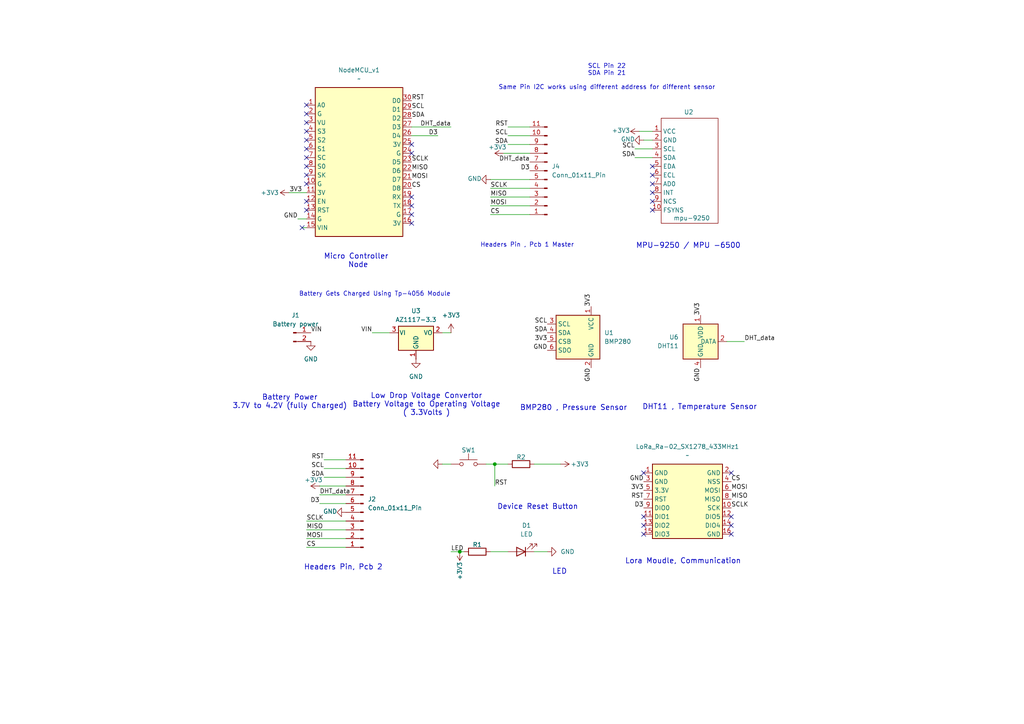
<source format=kicad_sch>
(kicad_sch (version 20250114) (generator "eeschema") (generator_version "9.0")
  (paper "A4")
  (lib_symbols
    (symbol "Connector:Conn_01x02_Pin" (pin_names (offset 1.016) (hide yes))
      (property "Reference" "J" (at 0 2.54 0))
      (property "Value" "Conn_01x02_Pin" (at 0 -5.08 0))
      (symbol "Conn_01x02_Pin_1_1"
        (rectangle (start 0.8636 0.127) (end 0 -0.127) (stroke (width 0.1524)) (fill (type outline)))
        (rectangle (start 0.8636 -2.413) (end 0 -2.667) (stroke (width 0.1524)) (fill (type outline)))
        (polyline (pts (xy 1.27 0) (xy 0.8636 0)) (stroke (width 0.1524)))
        (polyline (pts (xy 1.27 -2.54) (xy 0.8636 -2.54)) (stroke (width 0.1524)))
        (pin passive line (at 5.08 0 180) (length 3.81) (name "Pin_1") (number "1"))
        (pin passive line (at 5.08 -2.54 180) (length 3.81) (name "Pin_2") (number "2"))
      )
    )
    (symbol "Connector:Conn_01x11_Pin" (pin_names (offset 1.016) (hide yes))
      (property "Reference" "J" (at 0 15.24 0))
      (property "Value" "Conn_01x11_Pin" (at 0 -15.24 0))
      (symbol "Conn_01x11_Pin_1_1"
        (rectangle (start 0.8636 12.827) (end 0 12.573) (stroke (width 0.1524)) (fill (type outline)))
        (rectangle (start 0.8636 10.287) (end 0 10.033) (stroke (width 0.1524)) (fill (type outline)))
        (rectangle (start 0.8636 7.747) (end 0 7.493) (stroke (width 0.1524)) (fill (type outline)))
        (rectangle (start 0.8636 5.207) (end 0 4.953) (stroke (width 0.1524)) (fill (type outline)))
        (rectangle (start 0.8636 2.667) (end 0 2.413) (stroke (width 0.1524)) (fill (type outline)))
        (rectangle (start 0.8636 0.127) (end 0 -0.127) (stroke (width 0.1524)) (fill (type outline)))
        (rectangle (start 0.8636 -2.413) (end 0 -2.667) (stroke (width 0.1524)) (fill (type outline)))
        (rectangle (start 0.8636 -4.953) (end 0 -5.207) (stroke (width 0.1524)) (fill (type outline)))
        (rectangle (start 0.8636 -7.493) (end 0 -7.747) (stroke (width 0.1524)) (fill (type outline)))
        (rectangle (start 0.8636 -10.033) (end 0 -10.287) (stroke (width 0.1524)) (fill (type outline)))
        (rectangle (start 0.8636 -12.573) (end 0 -12.827) (stroke (width 0.1524)) (fill (type outline)))
        (polyline (pts (xy 1.27 12.7) (xy 0.8636 12.7)) (stroke (width 0.1524)))
        (polyline (pts (xy 1.27 10.16) (xy 0.8636 10.16)) (stroke (width 0.1524)))
        (polyline (pts (xy 1.27 7.62) (xy 0.8636 7.62)) (stroke (width 0.1524)))
        (polyline (pts (xy 1.27 5.08) (xy 0.8636 5.08)) (stroke (width 0.1524)))
        (polyline (pts (xy 1.27 2.54) (xy 0.8636 2.54)) (stroke (width 0.1524)))
        (polyline (pts (xy 1.27 0) (xy 0.8636 0)) (stroke (width 0.1524)))
        (polyline (pts (xy 1.27 -2.54) (xy 0.8636 -2.54)) (stroke (width 0.1524)))
        (polyline (pts (xy 1.27 -5.08) (xy 0.8636 -5.08)) (stroke (width 0.1524)))
        (polyline (pts (xy 1.27 -7.62) (xy 0.8636 -7.62)) (stroke (width 0.1524)))
        (polyline (pts (xy 1.27 -10.16) (xy 0.8636 -10.16)) (stroke (width 0.1524)))
        (polyline (pts (xy 1.27 -12.7) (xy 0.8636 -12.7)) (stroke (width 0.1524)))
        (pin passive line (at 5.08 12.7 180) (length 3.81) (name "Pin_1") (number "1"))
        (pin passive line (at 5.08 10.16 180) (length 3.81) (name "Pin_2") (number "2"))
        (pin passive line (at 5.08 7.62 180) (length 3.81) (name "Pin_3") (number "3"))
        (pin passive line (at 5.08 5.08 180) (length 3.81) (name "Pin_4") (number "4"))
        (pin passive line (at 5.08 2.54 180) (length 3.81) (name "Pin_5") (number "5"))
        (pin passive line (at 5.08 0 180) (length 3.81) (name "Pin_6") (number "6"))
        (pin passive line (at 5.08 -2.54 180) (length 3.81) (name "Pin_7") (number "7"))
        (pin passive line (at 5.08 -5.08 180) (length 3.81) (name "Pin_8") (number "8"))
        (pin passive line (at 5.08 -7.62 180) (length 3.81) (name "Pin_9") (number "9"))
        (pin passive line (at 5.08 -10.16 180) (length 3.81) (name "Pin_10") (number "10"))
        (pin passive line (at 5.08 -12.7 180) (length 3.81) (name "Pin_11") (number "11"))
      )
    )
    (symbol "Cube_Sat:BMP280"
      (property "Reference" "U" (at -7.62 10.16 0))
      (property "Value" "BMP280" (at 5.08 10.16 0))
      (symbol "BMP280_0_1"
        (rectangle (start -7.62 -5.08) (end 5.08 7.62) (stroke (width 0.254)) (fill (type background)))
      )
      (symbol "BMP280_1_1"
        (pin input line (at -10.16 5.08 0) (length 2.54) (name "SCL") (number "3"))
        (pin bidirectional line (at -10.16 2.54 0) (length 2.54) (name "SDA") (number "4"))
        (pin bidirectional line (at -10.16 0 0) (length 2.54) (name "CSB") (number "5"))
        (pin input line (at -10.16 -2.54 0) (length 2.54) (name "SDO") (number "6"))
        (pin power_in line (at 2.54 10.16 270) (length 2.54) (name "VCC") (number "1"))
        (pin power_in line (at 2.54 -7.62 90) (length 2.54) (name "GND") (number "2"))
      )
    )
    (symbol "Cube_Sat:node_mcu"
      (property "Reference" "NodeMCU_v1" (at 1.27 2.54 0))
      (property "Value" "~" (at 1.27 0 0))
      (symbol "node_mcu_0_1"
        (rectangle (start -11.43 -2.54) (end 13.97 -45.72) (stroke (width 0.254)) (fill (type background)))
      )
      (symbol "node_mcu_1_1"
        (pin input line (at -13.97 -7.62 0) (length 2.54) (name "A0") (number "1"))
        (pin power_in line (at -13.97 -10.16 0) (length 2.54) (name "G") (number "2"))
        (pin input line (at -13.97 -12.7 0) (length 2.54) (name "VU") (number "3"))
        (pin input line (at -13.97 -15.24 0) (length 2.54) (name "S3") (number "4"))
        (pin input line (at -13.97 -17.78 0) (length 2.54) (name "S2") (number "5"))
        (pin input line (at -13.97 -20.32 0) (length 2.54) (name "S1") (number "6"))
        (pin input line (at -13.97 -22.86 0) (length 2.54) (name "SC") (number "7"))
        (pin input line (at -13.97 -25.4 0) (length 2.54) (name "S0") (number "8"))
        (pin input line (at -13.97 -27.94 0) (length 2.54) (name "SK") (number "9"))
        (pin power_in line (at -13.97 -30.48 0) (length 2.54) (name "G") (number "10"))
        (pin power_in line (at -13.97 -33.02 0) (length 2.54) (name "3V") (number "11"))
        (pin input line (at -13.97 -35.56 0) (length 2.54) (name "EN") (number "12"))
        (pin input line (at -13.97 -38.1 0) (length 2.54) (name "RST") (number "13"))
        (pin input line (at -13.97 -40.64 0) (length 2.54) (name "G") (number "14"))
        (pin power_in line (at -13.97 -43.18 0) (length 2.54) (name "VIN") (number "15"))
        (pin no_connect line (at -11.43 -35.56 0) (length 2.54) (hide yes) (name "NC") (number "21"))
        (pin no_connect line (at -11.43 -38.1 0) (length 2.54) (hide yes) (name "NC") (number "22"))
        (pin no_connect line (at -11.43 -40.64 0) (length 2.54) (hide yes) (name "NC") (number "17"))
        (pin no_connect line (at -11.43 -43.18 0) (length 2.54) (hide yes) (name "NC") (number "18"))
        (pin no_connect line (at -11.43 -45.72 0) (length 2.54) (hide yes) (name "NC") (number "19"))
        (pin no_connect line (at -11.43 -45.72 0) (length 2.54) (hide yes) (name "NC") (number "20"))
        (pin no_connect line (at -11.43 -45.72 0) (length 2.54) (hide yes) (name "NC") (number "32"))
        (pin passive line (at 1.27 -48.26 90) (length 2.54) (hide yes) (name "GND") (number "15"))
        (pin passive line (at 1.27 -48.26 90) (length 2.54) (hide yes) (name "GND") (number "38"))
        (pin passive line (at 1.27 -48.26 90) (length 2.54) (hide yes) (name "GND") (number "39"))
        (pin no_connect line (at 13.97 -30.48 180) (length 2.54) (hide yes) (name "NC") (number "27"))
        (pin bidirectional line (at 16.51 -6.35 180) (length 2.54) (name "D0") (number "30"))
        (pin bidirectional line (at 16.51 -8.89 180) (length 2.54) (name "D1") (number "29"))
        (pin bidirectional line (at 16.51 -11.43 180) (length 2.54) (name "D2") (number "28"))
        (pin bidirectional line (at 16.51 -13.97 180) (length 2.54) (name "D3") (number "27"))
        (pin bidirectional line (at 16.51 -16.51 180) (length 2.54) (name "D4") (number "26"))
        (pin power_in line (at 16.51 -19.05 180) (length 2.54) (name "3V") (number "25"))
        (pin power_in line (at 16.51 -21.59 180) (length 2.54) (name "G") (number "24"))
        (pin bidirectional line (at 16.51 -24.13 180) (length 2.54) (name "D5") (number "23"))
        (pin bidirectional line (at 16.51 -26.67 180) (length 2.54) (name "D6") (number "22"))
        (pin bidirectional line (at 16.51 -29.21 180) (length 2.54) (name "D7") (number "21"))
        (pin bidirectional line (at 16.51 -31.75 180) (length 2.54) (name "D8") (number "20"))
        (pin input line (at 16.51 -34.29 180) (length 2.54) (name "RX") (number "19"))
        (pin output line (at 16.51 -36.83 180) (length 2.54) (name "TX") (number "18"))
        (pin power_in line (at 16.51 -39.37 180) (length 2.54) (name "G") (number "17"))
        (pin power_in line (at 16.51 -41.91 180) (length 2.54) (name "3V") (number "16"))
      )
    )
    (symbol "Device:LED" (pin_numbers (hide yes)) (pin_names (offset 1.016) (hide yes))
      (property "Reference" "D" (at 0 2.54 0))
      (property "Value" "LED" (at 0 -2.54 0))
      (symbol "LED_0_1"
        (polyline (pts (xy -3.048 -0.762) (xy -4.572 -2.286) (xy -3.81 -2.286) (xy -4.572 -2.286) (xy -4.572 -1.524)))
        (polyline (pts (xy -1.778 -0.762) (xy -3.302 -2.286) (xy -2.54 -2.286) (xy -3.302 -2.286) (xy -3.302 -1.524)))
        (polyline (pts (xy -1.27 0) (xy 1.27 0)))
        (polyline (pts (xy -1.27 -1.27) (xy -1.27 1.27)) (stroke (width 0.254)))
        (polyline (pts (xy 1.27 -1.27) (xy 1.27 1.27) (xy -1.27 0) (xy 1.27 -1.27)) (stroke (width 0.254)))
      )
      (symbol "LED_1_1"
        (pin passive line (at -3.81 0 0) (length 2.54) (name "K") (number "1"))
        (pin passive line (at 3.81 0 180) (length 2.54) (name "A") (number "2"))
      )
    )
    (symbol "Device:R" (pin_numbers (hide yes)) (pin_names (offset 0))
      (property "Reference" "R" (at 2.032 0 90))
      (property "Value" "R" (at 0 0 90))
      (symbol "R_0_1"
        (rectangle (start -1.016 -2.54) (end 1.016 2.54) (stroke (width 0.254)))
      )
      (symbol "R_1_1"
        (pin passive line (at 0 3.81 270) (length 1.27) (name "~") (number "1"))
        (pin passive line (at 0 -3.81 90) (length 1.27) (name "~") (number "2"))
      )
    )
    (symbol "GND_3" (power) (pin_numbers (hide yes)) (pin_names (offset 0) (hide yes))
      (property "Value" "GND" (at 0 -3.81 0))
      (symbol "GND_3_0_1"
        (polyline (pts (xy 0 0) (xy 0 -1.27) (xy 1.27 -1.27) (xy 0 -2.54) (xy -1.27 -1.27) (xy 0 -1.27)))
      )
      (symbol "GND_3_1_1"
        (pin power_in line (at 0 0 270) (length 0) (name "~") (number "1"))
      )
    )
    (symbol "GND_5" (power) (pin_numbers (hide yes)) (pin_names (offset 0) (hide yes))
      (property "Value" "GND" (at 0 -3.81 0))
      (symbol "GND_5_0_1"
        (polyline (pts (xy 0 0) (xy 0 -1.27) (xy 1.27 -1.27) (xy 0 -2.54) (xy -1.27 -1.27) (xy 0 -1.27)))
      )
      (symbol "GND_5_1_1"
        (pin power_in line (at 0 0 270) (length 0) (name "~") (number "1"))
      )
    )
    (symbol "Regulator_Linear:AZ1117-3.3" (pin_names (offset 0.254))
      (property "Reference" "U" (at -3.81 3.175 0))
      (property "Value" "AZ1117-3.3" (at 0 3.175 0))
      (symbol "AZ1117-3.3_0_1"
        (rectangle (start -5.08 1.905) (end 5.08 -5.08) (stroke (width 0.254)) (fill (type background)))
      )
      (symbol "AZ1117-3.3_1_1"
        (pin power_in line (at -7.62 0 0) (length 2.54) (name "VI") (number "3"))
        (pin power_in line (at 0 -7.62 90) (length 2.54) (name "GND") (number "1"))
        (pin power_out line (at 7.62 0 180) (length 2.54) (name "VO") (number "2"))
      )
    )
    (symbol "Sensor:DHT11"
      (property "Reference" "U" (at -3.81 6.35 0))
      (property "Value" "DHT11" (at 3.81 6.35 0))
      (symbol "DHT11_0_1"
        (rectangle (start -5.08 5.08) (end 5.08 -5.08) (stroke (width 0.254)) (fill (type background)))
      )
      (symbol "DHT11_1_1"
        (pin no_connect line (at -5.08 0 0) (length 2.54) (hide yes) (name "NC") (number "3"))
        (pin power_in line (at 0 7.62 270) (length 2.54) (name "VDD") (number "1"))
        (pin power_in line (at 0 -7.62 90) (length 2.54) (name "GND") (number "4"))
        (pin bidirectional line (at 7.62 0 180) (length 2.54) (name "DATA") (number "2"))
      )
    )
    (symbol "Switch:SW_Push" (pin_numbers (hide yes)) (pin_names (offset 1.016) (hide yes))
      (property "Reference" "SW" (at 1.27 2.54 0))
      (property "Value" "SW_Push" (at 0 -1.524 0))
      (symbol "SW_Push_0_1"
        (circle (center -2.032 0) (radius 0.508))
        (polyline (pts (xy 0 1.27) (xy 0 3.048)))
        (circle (center 2.032 0) (radius 0.508))
        (polyline (pts (xy 2.54 1.27) (xy -2.54 1.27)))
        (pin passive line (at -5.08 0 0) (length 2.54) (name "1") (number "1"))
        (pin passive line (at 5.08 0 180) (length 2.54) (name "2") (number "2"))
      )
    )
    (symbol "power:+3V3" (power) (pin_numbers (hide yes)) (pin_names (offset 0) (hide yes))
      (property "Value" "+3V3" (at 0 3.556 0))
      (symbol "+3V3_0_1"
        (polyline (pts (xy -0.762 1.27) (xy 0 2.54)))
        (polyline (pts (xy 0 2.54) (xy 0.762 1.27)))
        (polyline (pts (xy 0 0) (xy 0 2.54)))
      )
      (symbol "+3V3_1_1"
        (pin power_in line (at 0 0 90) (length 0) (name "~") (number "1"))
      )
    )
    (symbol "power:GND" (power) (pin_numbers (hide yes)) (pin_names (offset 0) (hide yes))
      (property "Value" "GND" (at 0 -3.81 0))
      (symbol "GND_0_1"
        (polyline (pts (xy 0 0) (xy 0 -1.27) (xy 1.27 -1.27) (xy 0 -2.54) (xy -1.27 -1.27) (xy 0 -1.27)))
      )
      (symbol "GND_1_1"
        (pin power_in line (at 0 0 270) (length 0) (name "~") (number "1"))
      )
    )
    (symbol "prashantkicadlibrary:lora"
      (property "Reference" "LoRa_Ra-02_SX1278_433MHz1" (at 3.81 11.43 0))
      (property "Value" "~" (at 3.81 8.89 0))
      (symbol "lora_0_1"
        (rectangle (start -6.35 6.35) (end 13.97 -15.24) (stroke (width 0.254)) (fill (type background)))
      )
      (symbol "lora_1_1"
        (pin input line (at -8.89 3.81 0) (length 2.54) (name "GND") (number "1"))
        (pin input line (at -8.89 1.27 0) (length 2.54) (name "GND") (number "3"))
        (pin input line (at -8.89 -1.27 0) (length 2.54) (name "3.3V") (number "5"))
        (pin input line (at -8.89 -3.81 0) (length 2.54) (name "RST") (number "7"))
        (pin input line (at -8.89 -6.35 0) (length 2.54) (name "DIO0") (number "9"))
        (pin input line (at -8.89 -8.89 0) (length 2.54) (name "DIO1") (number "11"))
        (pin input line (at -8.89 -11.43 0) (length 2.54) (name "DIO2") (number "13"))
        (pin input line (at -8.89 -13.97 0) (length 2.54) (name "DIO3") (number "15"))
        (pin input line (at 16.51 3.81 180) (length 2.54) (name "GND") (number "2"))
        (pin input line (at 16.51 1.27 180) (length 2.54) (name "NSS") (number "4"))
        (pin input line (at 16.51 -1.27 180) (length 2.54) (name "MOSI") (number "6"))
        (pin input line (at 16.51 -3.81 180) (length 2.54) (name "MISO") (number "8"))
        (pin input line (at 16.51 -6.35 180) (length 2.54) (name "SCK") (number "10"))
        (pin input line (at 16.51 -8.89 180) (length 2.54) (name "DIO5") (number "12"))
        (pin input line (at 16.51 -11.43 180) (length 2.54) (name "DIO4") (number "14"))
        (pin input line (at 16.51 -13.97 180) (length 2.54) (name "GND") (number "16"))
      )
    )
    (symbol "prashantkicadlibrary:mpu9250"
      (property "Reference" "U" (at 0 0 0))
      (property "Value" "mpu9250" (at -0.254 11.684 0))
      (symbol "mpu9250_0_1"
        (rectangle (start -7.62 10.16) (end 8.89 -20.32))
      )
      (symbol "mpu9250_1_1"
        (pin input line (at -10.16 6.35 0) (length 2.54) (name "VCC") (number "1"))
        (pin input line (at -10.16 3.81 0) (length 2.54) (name "GND") (number "2"))
        (pin input line (at -10.16 1.27 0) (length 2.54) (name "SCL") (number "3"))
        (pin input line (at -10.16 -1.27 0) (length 2.54) (name "SDA") (number "4"))
        (pin input line (at -10.16 -3.81 0) (length 2.54) (name "EDA") (number "5"))
        (pin input line (at -10.16 -6.35 0) (length 2.54) (name "ECL") (number "6"))
        (pin input line (at -10.16 -8.89 0) (length 2.54) (name "AD0") (number "7"))
        (pin input line (at -10.16 -11.43 0) (length 2.54) (name "INT") (number "8"))
        (pin input line (at -10.16 -13.97 0) (length 2.54) (name "NCS") (number "9"))
        (pin input line (at -10.16 -16.51 0) (length 2.54) (name "FSYNS") (number "10"))
      )
    )
  )
  (text "\nMPU-9250 / MPU -6500" (at 199.644 70.104 0) (effects (font (size 1.524 1.524) (thickness 0.1905))))
  (text "Low Drop Voltage Convertor\nBattery Voltage to Operating Voltage\n( 3.3Volts )\n" (at 123.698 117.348 0) (effects (font (size 1.524 1.524) (thickness 0.1905))))
  (text "Battery Power\n3.7V to 4.2V (fully Charged)" (at 84.074 116.586 0) (effects (font (size 1.524 1.524) (thickness 0.1905))))
  (text "LED" (at 162.306 165.862 0) (effects (font (size 1.524 1.524) (thickness 0.1905))))
  (text "BMP280 , Pressure Sensor" (at 166.37 118.364 0) (effects (font (size 1.524 1.524) (thickness 0.1905))))
  (text "Headers Pin, Pcb 2" (at 99.568 164.592 0) (effects (font (size 1.524 1.524) (thickness 0.1905))))
  (text "Micro Controller \nNode" (at 103.886 75.692 0) (effects (font (size 1.524 1.524) (thickness 0.1905))))
  (text "Lora Moudle, Communication" (at 198.12 162.814 0) (effects (font (size 1.524 1.524) (thickness 0.1905))))
  (text "Battery Gets Charged Using Tp-4056 Module" (at 108.712 85.344 0) (effects (font (size 1.27 1.27))))
  (text "Headers Pin , Pcb 1 Master" (at 152.908 71.12 0) (effects (font (size 1.27 1.27) (thickness 0.1588))))
  (text "SCL Pin 22\nSDA Pin 21\n\nSame Pin I2C works using different address for different sensor" (at 176.022 22.352 0) (effects (font (size 1.27 1.27) (thickness 0.1588))))
  (text "DHT11 , Temperature Sensor" (at 202.946 118.11 0) (effects (font (size 1.524 1.524) (thickness 0.1905))))
  (text "Device Reset Button" (at 155.956 147.066 0) (effects (font (size 1.524 1.524) (thickness 0.1905))))
  (junction (at 133.35 160.02))
  (junction (at 143.51 134.62))
  (no_connect (at 186.69 149.86))
  (no_connect (at 119.38 59.69))
  (no_connect (at 189.23 53.34))
  (no_connect (at 189.23 60.96))
  (no_connect (at 119.38 41.91))
  (no_connect (at 119.38 44.45))
  (no_connect (at 212.09 152.4))
  (no_connect (at 88.9 60.96))
  (no_connect (at 186.69 137.16))
  (no_connect (at 186.69 152.4))
  (no_connect (at 119.38 57.15))
  (no_connect (at 88.9 45.72))
  (no_connect (at 88.9 30.48))
  (no_connect (at 88.9 50.8))
  (no_connect (at 189.23 48.26))
  (no_connect (at 189.23 50.8))
  (no_connect (at 119.38 64.77))
  (no_connect (at 189.23 58.42))
  (no_connect (at 212.09 149.86))
  (no_connect (at 119.38 62.23))
  (no_connect (at 186.69 154.94))
  (no_connect (at 88.9 58.42))
  (no_connect (at 88.9 43.18))
  (no_connect (at 212.09 137.16))
  (no_connect (at 88.9 48.26))
  (no_connect (at 88.9 35.56))
  (no_connect (at 88.9 40.64))
  (no_connect (at 212.09 154.94))
  (no_connect (at 88.9 38.1))
  (no_connect (at 87.63 66.04))
  (no_connect (at 88.9 53.34))
  (no_connect (at 88.9 33.02))
  (no_connect (at 189.23 55.88))
  (wire (pts (xy 147.32 41.91) (xy 153.67 41.91)))
  (wire (pts (xy 133.35 160.02) (xy 134.62 160.02)))
  (wire (pts (xy 93.98 133.35) (xy 100.33 133.35)))
  (wire (pts (xy 92.71 143.51) (xy 100.33 143.51)))
  (wire (pts (xy 143.51 134.62) (xy 147.32 134.62)))
  (wire (pts (xy 146.05 44.45) (xy 153.67 44.45)))
  (wire (pts (xy 184.15 43.18) (xy 189.23 43.18)))
  (wire (pts (xy 147.32 36.83) (xy 153.67 36.83)))
  (wire (pts (xy 154.94 134.62) (xy 162.56 134.62)))
  (wire (pts (xy 142.24 59.69) (xy 153.67 59.69)))
  (wire (pts (xy 88.9 153.67) (xy 100.33 153.67)))
  (wire (pts (xy 186.69 40.64) (xy 189.23 40.64)))
  (wire (pts (xy 127 39.37) (xy 119.38 39.37)))
  (wire (pts (xy 142.24 62.23) (xy 153.67 62.23)))
  (wire (pts (xy 107.95 96.52) (xy 113.03 96.52)))
  (wire (pts (xy 185.42 38.1) (xy 189.23 38.1)))
  (wire (pts (xy 142.24 52.07) (xy 153.67 52.07)))
  (wire (pts (xy 184.15 45.72) (xy 189.23 45.72)))
  (wire (pts (xy 92.71 140.97) (xy 100.33 140.97)))
  (wire (pts (xy 86.36 63.5) (xy 88.9 63.5)))
  (wire (pts (xy 142.24 160.02) (xy 147.32 160.02)))
  (wire (pts (xy 130.81 160.02) (xy 133.35 160.02)))
  (wire (pts (xy 88.9 158.75) (xy 100.33 158.75)))
  (wire (pts (xy 128.27 96.52) (xy 130.81 96.52)))
  (wire (pts (xy 93.98 138.43) (xy 100.33 138.43)))
  (wire (pts (xy 83.82 55.88) (xy 88.9 55.88)))
  (wire (pts (xy 88.9 151.13) (xy 100.33 151.13)))
  (wire (pts (xy 93.98 135.89) (xy 100.33 135.89)))
  (wire (pts (xy 143.51 134.62) (xy 143.51 140.97)))
  (wire (pts (xy 88.9 156.21) (xy 100.33 156.21)))
  (wire (pts (xy 215.9 99.06) (xy 210.82 99.06)))
  (wire (pts (xy 142.24 57.15) (xy 153.67 57.15)))
  (wire (pts (xy 147.32 39.37) (xy 153.67 39.37)))
  (wire (pts (xy 87.63 66.04) (xy 88.9 66.04)))
  (wire (pts (xy 154.94 160.02) (xy 158.75 160.02)))
  (wire (pts (xy 142.24 54.61) (xy 153.67 54.61)))
  (wire (pts (xy 130.81 36.83) (xy 119.38 36.83)))
  (wire (pts (xy 140.97 134.62) (xy 143.51 134.62)))
  (wire (pts (xy 92.71 146.05) (xy 100.33 146.05)))
  (wire (pts (xy 130.81 134.62) (xy 128.27 134.62)))
  (label "SCLK" (at 119.38 46.99 0))
  (label "SCL" (at 147.32 39.37 180))
  (label "GND" (at 203.2 106.68 270))
  (label "SDA" (at 119.38 34.29 0))
  (label "VIN" (at 90.17 96.52 0))
  (label "RST" (at 186.69 144.78 180))
  (label "SDA" (at 147.32 41.91 180))
  (label "GND" (at 86.36 63.5 180))
  (label "3V3" (at 186.69 142.24 180))
  (label "RST" (at 119.38 29.21 0))
  (label "DHT_data" (at 153.67 46.99 180))
  (label "SCLK" (at 88.9 151.13 0))
  (label "D3" (at 186.69 147.32 180))
  (label "DHT_data" (at 130.81 36.83 180))
  (label "GND" (at 158.75 101.6 180))
  (label "SCL" (at 119.38 31.75 0))
  (label "MOSI" (at 142.24 59.69 0))
  (label "CS" (at 142.24 62.23 0))
  (label "SCLK" (at 212.09 147.32 0))
  (label "SDA" (at 158.75 96.52 180))
  (label "MISO" (at 142.24 57.15 0))
  (label "CS" (at 88.9 158.75 0))
  (label "MISO" (at 88.9 153.67 0))
  (label "3V3" (at 203.2 91.44 90))
  (label "RST" (at 93.98 133.35 180))
  (label "3V3" (at 171.45 88.9 90))
  (label "MOSI" (at 88.9 156.21 0))
  (label "SDA" (at 93.98 138.43 180))
  (label "MISO" (at 212.09 144.78 0))
  (label "MOSI" (at 119.38 52.07 0))
  (label "CS" (at 119.38 54.61 0))
  (label "LED" (at 130.81 160.02 0))
  (label "SDA" (at 184.15 45.72 180))
  (label "DHT_data" (at 92.71 143.51 0))
  (label "3V3" (at 87.63 55.88 180))
  (label "3V3" (at 158.75 99.06 180))
  (label "GND" (at 186.69 139.7 180))
  (label "DHT_data" (at 215.9 99.06 0))
  (label "SCL" (at 158.75 93.98 180))
  (label "D3" (at 153.67 49.53 180))
  (label "SCL" (at 93.98 135.89 180))
  (label "MISO" (at 119.38 49.53 0))
  (label "D3" (at 127 39.37 180))
  (label "VIN" (at 107.95 96.52 180))
  (label "RST" (at 143.51 140.97 0))
  (label "CS" (at 212.09 139.7 0))
  (label "GND" (at 171.45 106.68 270))
  (label "MOSI" (at 212.09 142.24 0))
  (label "D3" (at 92.71 146.05 180))
  (label "RST" (at 147.32 36.83 180))
  (label "SCL" (at 184.15 43.18 180))
  (label "SCLK" (at 142.24 54.61 0))
  (symbol (lib_id "power:+3V3") (at 146.05 44.45 90) (unit 1)
    (property "Reference" "#PWR012" (effects (hide yes)))
    (property "Value" "+3V3" (at 144.272 42.672 90))
    (property "Description" "Power symbol creates a global label with name \"+3V3\"" (effects (hide yes)))
  )
  (symbol (lib_id "power:GND") (at 100.33 148.59 270) (unit 1)
    (property "Reference" "#PWR08" (effects (hide yes)))
    (property "Value" "GND" (at 95.758 148.336 90))
    (property "Description" "Power symbol creates a global label with name \"GND\" , ground" (effects (hide yes)))
  )
  (symbol (lib_id "power:+3V3") (at 83.82 55.88 90) (unit 1)
    (property "Reference" "#PWR05" (effects (hide yes)))
    (property "Value" "+3V3" (at 78.232 55.88 90))
    (property "Description" "Power symbol creates a global label with name \"+3V3\"" (effects (hide yes)))
  )
  (symbol (lib_id "Device:R") (at 138.43 160.02 90) (unit 1)
    (property "Reference" "R1" (at 138.43 157.988 90))
    (property "Value" "R" (effects (hide yes)))
    (property "Footprint" "Resistor_THT:R_Axial_DIN0207_L6.3mm_D2.5mm_P7.62mm_Horizontal" (effects (hide yes)))
    (property "Description" "Resistor" (effects (hide yes)))
  )
  (symbol (lib_id "power:+3V3") (at 92.71 140.97 90) (unit 1)
    (property "Reference" "#PWR07" (effects (hide yes)))
    (property "Value" "+3V3" (at 90.932 139.192 90))
    (property "Description" "Power symbol creates a global label with name \"+3V3\"" (effects (hide yes)))
  )
  (symbol (lib_id "prashantkicadlibrary:lora") (at 195.58 140.97 0) (unit 1)
    (property "Reference" "LoRa_Ra-02_SX1278_433MHz1" (at 199.39 129.54 0))
    (property "Value" "~" (at 199.39 132.08 0))
    (property "Footprint" "prashantkicadlibrary:LORA-02" (effects (hide yes)))
  )
  (symbol (lib_id "Device:R") (at 151.13 134.62 90) (unit 1)
    (property "Reference" "R2" (at 151.13 132.588 90))
    (property "Value" "R" (effects (hide yes)))
    (property "Footprint" "Resistor_THT:R_Axial_DIN0207_L6.3mm_D2.5mm_P7.62mm_Horizontal" (effects (hide yes)))
    (property "Description" "Resistor" (effects (hide yes)))
  )
  (symbol (lib_id "power:+3V3") (at 162.56 134.62 270) (unit 1)
    (property "Reference" "#PWR06" (effects (hide yes)))
    (property "Value" "+3V3" (at 168.148 134.62 90))
    (property "Description" "Power symbol creates a global label with name \"+3V3\"" (effects (hide yes)))
  )
  (symbol (lib_name "GND_3") (lib_id "power:GND") (at 128.27 134.62 270) (unit 1)
    (property "Reference" "#PWR020" (effects (hide yes)))
    (property "Value" "GND" (effects (hide yes)))
    (property "Description" "Power symbol creates a global label with name \"GND\" , ground" (effects (hide yes)))
  )
  (symbol (lib_id "Connector:Conn_01x11_Pin") (at 158.75 49.53 180) (unit 1)
    (property "Reference" "J4" (at 160.02 48.2599 0) (effects (justify right)))
    (property "Value" "Conn_01x11_Pin" (at 160.02 50.7999 0) (effects (justify right)))
    (property "Footprint" "Connector_PinSocket_2.54mm:PinSocket_1x11_P2.54mm_Vertical" (effects (hide yes)))
    (property "Description" "Generic connector, single row, 01x11, script generated" (effects (hide yes)))
  )
  (symbol (lib_id "Device:LED") (at 151.13 160.02 180) (unit 1)
    (property "Reference" "D1" (at 152.7175 152.4 0))
    (property "Value" "LED" (at 152.7175 154.94 0))
    (property "Footprint" "LED_THT:LED_D4.0mm" (effects (hide yes)))
    (property "Description" "Light emitting diode" (effects (hide yes)))
    (property "Sim.Pins" "1=K 2=A" (effects (hide yes)))
  )
  (symbol (lib_id "power:+3V3") (at 130.81 96.52 0) (unit 1)
    (property "Reference" "#PWR01" (effects (hide yes)))
    (property "Value" "+3V3" (at 130.81 91.44 0))
    (property "Description" "Power symbol creates a global label with name \"+3V3\"" (effects (hide yes)))
  )
  (symbol (lib_id "Switch:SW_Push") (at 135.89 134.62 0) (unit 1)
    (property "Reference" "SW1" (at 135.89 130.556 0))
    (property "Value" "SW_Push" (effects (hide yes)))
    (property "Footprint" "Button_Switch_THT:SW_PUSH_6mm" (effects (hide yes)))
    (property "Description" "Push button switch, generic, two pins" (effects (hide yes)))
  )
  (symbol (lib_id "power:+3V3") (at 185.42 38.1 90) (unit 1)
    (property "Reference" "#PWR09" (effects (hide yes)))
    (property "Value" "+3V3" (at 180.086 37.846 90))
    (property "Description" "Power symbol creates a global label with name \"+3V3\"" (effects (hide yes)))
  )
  (symbol (lib_id "power:GND") (at 90.17 99.06 0) (unit 1)
    (property "Reference" "#PWR03" (effects (hide yes)))
    (property "Value" "GND" (at 90.17 104.14 0))
    (property "Description" "Power symbol creates a global label with name \"GND\" , ground" (effects (hide yes)))
  )
  (symbol (lib_id "Connector:Conn_01x11_Pin") (at 105.41 146.05 180) (unit 1)
    (property "Reference" "J2" (at 106.68 144.7799 0) (effects (justify right)))
    (property "Value" "Conn_01x11_Pin" (at 106.68 147.3199 0) (effects (justify right)))
    (property "Footprint" "Connector_PinSocket_2.54mm:PinSocket_1x11_P2.54mm_Vertical" (effects (hide yes)))
    (property "Description" "Generic connector, single row, 01x11, script generated" (effects (hide yes)))
  )
  (symbol (lib_name "GND_5") (lib_id "power:GND") (at 158.75 160.02 90) (unit 1)
    (property "Reference" "#PWR017" (effects (hide yes)))
    (property "Value" "GND" (at 162.56 160.0199 90) (effects (justify right)))
    (property "Description" "Power symbol creates a global label with name \"GND\" , ground" (effects (hide yes)))
  )
  (symbol (lib_id "power:GND") (at 142.24 52.07 270) (unit 1)
    (property "Reference" "#PWR04" (effects (hide yes)))
    (property "Value" "GND" (at 137.668 51.816 90))
    (property "Description" "Power symbol creates a global label with name \"GND\" , ground" (effects (hide yes)))
  )
  (symbol (lib_id "Cube_Sat:node_mcu") (at 102.87 22.86 0) (unit 1)
    (property "Reference" "NodeMCU_v1" (at 104.14 20.32 0))
    (property "Value" "~" (at 104.14 22.86 0))
    (property "Footprint" "prashantkicadlibrary:nodemcu" (effects (hide yes)))
  )
  (symbol (lib_id "Regulator_Linear:AZ1117-3.3") (at 120.65 96.52 0) (unit 1)
    (property "Reference" "U3" (at 120.65 90.17 0))
    (property "Value" "AZ1117-3.3" (at 120.65 92.71 0))
    (property "Footprint" "Package_TO_SOT_SMD:SOT-89-3_Handsoldering" (effects (hide yes)))
    (property "Datasheet" "https://www.diodes.com/assets/Datasheets/AZ1117.pdf" (effects (hide yes)))
    (property "Description" "1A 20V Fixed LDO Linear Regulator, 3.3V, SOT-89/SOT-223/TO-220/TO-252/TO-263" (effects (hide yes)))
  )
  (symbol (lib_id "Cube_Sat:BMP280") (at 168.91 99.06 0) (unit 1)
    (property "Reference" "U1" (at 175.26 96.5199 0) (effects (justify left)))
    (property "Value" "BMP280" (at 175.26 99.0599 0) (effects (justify left)))
    (property "Footprint" "Connector_PinHeader_2.54mm:PinHeader_1x06_P2.54mm_Vertical" (effects (hide yes)))
    (property "Datasheet" "https://ae-bst.resource.bosch.com/media/_tech/media/datasheets/BST-BMP280-DS001.pdf" (effects (hide yes)))
    (property "Description" "Absolute Barometric Pressure Sensor, LGA-8" (effects (hide yes)))
  )
  (symbol (lib_id "power:GND") (at 186.69 40.64 270) (unit 1)
    (property "Reference" "#PWR010" (effects (hide yes)))
    (property "Value" "GND" (at 182.118 40.386 90))
    (property "Description" "Power symbol creates a global label with name \"GND\" , ground" (effects (hide yes)))
  )
  (symbol (lib_id "prashantkicadlibrary:mpu9250") (at 199.39 44.45 0) (unit 1)
    (property "Reference" "U2" (at 198.374 32.512 0) (effects (justify left)))
    (property "Value" "mpu-9250" (at 195.326 63.246 0) (effects (justify left)))
    (property "Footprint" "prashantkicadlibrary:mpu9250" (effects (hide yes)))
  )
  (symbol (lib_id "power:GND") (at 120.65 104.14 0) (unit 1)
    (property "Reference" "#PWR02" (effects (hide yes)))
    (property "Value" "GND" (at 120.65 109.22 0))
    (property "Description" "Power symbol creates a global label with name \"GND\" , ground" (effects (hide yes)))
  )
  (symbol (lib_id "Connector:Conn_01x02_Pin") (at 85.09 96.52 0) (unit 1)
    (property "Reference" "J1" (at 85.725 91.44 0))
    (property "Value" "Battery power" (at 85.725 93.98 0))
    (property "Footprint" "Connector_PinSocket_2.54mm:PinSocket_1x02_P2.54mm_Vertical" (effects (hide yes)))
    (property "Description" "Generic connector, single row, 01x02, script generated" (effects (hide yes)))
  )
  (symbol (lib_id "Sensor:DHT11") (at 203.2 99.06 0) (unit 1)
    (property "Reference" "U6" (at 196.85 97.7899 0) (effects (justify right)))
    (property "Value" "DHT11" (at 196.85 100.3299 0) (effects (justify right)))
    (property "Footprint" "Sensor:Aosong_DHT11_5.5x12.0_P2.54mm" (effects (hide yes)))
    (property "Datasheet" "http://akizukidenshi.com/download/ds/aosong/DHT11.pdf" (effects (hide yes)))
    (property "Description" "3.3V to 5.5V, temperature and humidity module, DHT11" (effects (hide yes)))
  )
  (symbol (lib_id "power:+3V3") (at 133.35 160.02 180) (unit 1)
    (property "Reference" "#PWR011" (effects (hide yes)))
    (property "Value" "+3V3" (at 133.35 165.608 90))
    (property "Description" "Power symbol creates a global label with name \"+3V3\"" (effects (hide yes)))
  )
)
</source>
